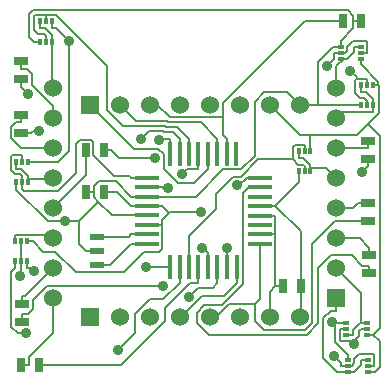
<source format=gtl>
G04 (created by PCBNEW (2013-jul-07)-stable) date Thu 08 Dec 2016 11:22:07 AM PST*
%MOIN*%
G04 Gerber Fmt 3.4, Leading zero omitted, Abs format*
%FSLAX34Y34*%
G01*
G70*
G90*
G04 APERTURE LIST*
%ADD10C,0.00590551*%
%ADD11R,0.025X0.045*%
%ADD12R,0.045X0.025*%
%ADD13R,0.0787X0.0177*%
%ADD14R,0.0177X0.0787*%
%ADD15C,0.06*%
%ADD16R,0.06X0.06*%
%ADD17R,0.0512X0.0197*%
%ADD18R,0.0147638X0.019685*%
%ADD19R,0.019685X0.0147638*%
%ADD20C,0.035*%
%ADD21C,0.008*%
G04 APERTURE END LIST*
G54D10*
G54D11*
X50605Y-27322D03*
X51205Y-27322D03*
X39896Y-38779D03*
X40496Y-38779D03*
G54D12*
X39921Y-36747D03*
X39921Y-37347D03*
X39881Y-30448D03*
X39881Y-31048D03*
X51456Y-31314D03*
X51456Y-31914D03*
X39881Y-28676D03*
X39881Y-29276D03*
X51456Y-33400D03*
X51456Y-34000D03*
X51496Y-35133D03*
X51496Y-35733D03*
G54D11*
X42042Y-31633D03*
X42642Y-31633D03*
G54D13*
X44068Y-34754D03*
X44068Y-34439D03*
X44068Y-34124D03*
X44068Y-33809D03*
X44068Y-33494D03*
X44068Y-33179D03*
X44068Y-32864D03*
X44068Y-32549D03*
X47834Y-32551D03*
X47834Y-34761D03*
X47834Y-34441D03*
X47834Y-34121D03*
X47834Y-33811D03*
X47834Y-33491D03*
X47834Y-33181D03*
X47834Y-32861D03*
G54D14*
X44852Y-31761D03*
X45166Y-31761D03*
X45482Y-31761D03*
X45796Y-31761D03*
X46112Y-31761D03*
X46426Y-31761D03*
X46742Y-31761D03*
X47056Y-31761D03*
X44854Y-35541D03*
X45164Y-35541D03*
X45484Y-35541D03*
X45794Y-35541D03*
X46104Y-35541D03*
X46424Y-35541D03*
X46744Y-35541D03*
X47064Y-35541D03*
G54D15*
X40944Y-29569D03*
X40944Y-30569D03*
X40944Y-31569D03*
X40944Y-32569D03*
X40944Y-33569D03*
X40944Y-34569D03*
X40944Y-35569D03*
X40944Y-36569D03*
G54D16*
X50393Y-36569D03*
G54D15*
X50393Y-35569D03*
X50393Y-34569D03*
X50393Y-33569D03*
X50393Y-32569D03*
X50393Y-31569D03*
X50393Y-30569D03*
X50393Y-29569D03*
G54D11*
X48597Y-36161D03*
X49197Y-36161D03*
X42662Y-33011D03*
X42062Y-33011D03*
G54D16*
X42168Y-30117D03*
G54D15*
X43168Y-30117D03*
X44168Y-30117D03*
X45168Y-30117D03*
X46168Y-30117D03*
X47168Y-30117D03*
X48168Y-30117D03*
X49168Y-30117D03*
G54D16*
X42168Y-37205D03*
G54D15*
X43168Y-37205D03*
X44168Y-37205D03*
X45168Y-37205D03*
X46168Y-37205D03*
X47168Y-37205D03*
X48168Y-37205D03*
X49168Y-37205D03*
G54D17*
X42421Y-35000D03*
X42421Y-35472D03*
X42421Y-34528D03*
G54D18*
X40511Y-28011D03*
X40708Y-28011D03*
X40905Y-28011D03*
X40905Y-27342D03*
X40708Y-27342D03*
X40511Y-27342D03*
X39685Y-35334D03*
X39881Y-35334D03*
X40078Y-35334D03*
X40078Y-34665D03*
X39881Y-34665D03*
X39685Y-34665D03*
G54D19*
X50531Y-28188D03*
X50531Y-28385D03*
X50531Y-28582D03*
X51200Y-28582D03*
X51200Y-28385D03*
X51200Y-28188D03*
G54D18*
X39724Y-32696D03*
X39921Y-32696D03*
X40118Y-32696D03*
X40118Y-32027D03*
X39921Y-32027D03*
X39724Y-32027D03*
G54D19*
X50767Y-38622D03*
X50767Y-38818D03*
X50767Y-39015D03*
X51437Y-39015D03*
X51437Y-38818D03*
X51437Y-38622D03*
G54D18*
X51220Y-30137D03*
X51417Y-30137D03*
X51614Y-30137D03*
X51614Y-29468D03*
X51417Y-29468D03*
X51220Y-29468D03*
G54D19*
X50728Y-37401D03*
X50728Y-37598D03*
X50728Y-37795D03*
X51397Y-37795D03*
X51397Y-37598D03*
X51397Y-37401D03*
G54D18*
X49133Y-32342D03*
X49330Y-32342D03*
X49527Y-32342D03*
X49527Y-31673D03*
X49330Y-31673D03*
X49133Y-31673D03*
G54D20*
X41465Y-27988D03*
X45867Y-33677D03*
X40300Y-35649D03*
X39847Y-35835D03*
X43866Y-31272D03*
X50087Y-28817D03*
X44492Y-31289D03*
X50297Y-38488D03*
X44770Y-32884D03*
X50855Y-28978D03*
X44045Y-35541D03*
X50994Y-38093D03*
X43122Y-38278D03*
X41352Y-34003D03*
X40039Y-37743D03*
X50250Y-37362D03*
X45247Y-32430D03*
X45922Y-34883D03*
X44599Y-36146D03*
X45466Y-36527D03*
X40464Y-31003D03*
X47085Y-32807D03*
X44341Y-31898D03*
X46751Y-34889D03*
X51247Y-32345D03*
X40112Y-29748D03*
G54D21*
X44068Y-33494D02*
X43554Y-33494D01*
X43072Y-33011D02*
X42662Y-33011D01*
X43554Y-33494D02*
X43072Y-33011D01*
X47834Y-34441D02*
X48348Y-34441D01*
X47834Y-33811D02*
X48348Y-33811D01*
X48168Y-36345D02*
X48352Y-36161D01*
X48168Y-37205D02*
X48168Y-36345D01*
X48597Y-36161D02*
X48352Y-36161D01*
X48348Y-33811D02*
X48348Y-34441D01*
X48348Y-36157D02*
X48352Y-36161D01*
X48348Y-34441D02*
X48348Y-36157D01*
X48348Y-34441D02*
X48348Y-34441D01*
X40905Y-27342D02*
X40905Y-27561D01*
X41465Y-31669D02*
X41465Y-27988D01*
X41107Y-32027D02*
X41465Y-31669D01*
X40118Y-32027D02*
X41107Y-32027D01*
X41037Y-27561D02*
X40905Y-27561D01*
X41465Y-27988D02*
X41037Y-27561D01*
X51397Y-37795D02*
X51616Y-37795D01*
X44068Y-33494D02*
X44582Y-33494D01*
X51687Y-39015D02*
X51437Y-39015D01*
X51830Y-38873D02*
X51687Y-39015D01*
X51830Y-38009D02*
X51830Y-38873D01*
X51616Y-37795D02*
X51830Y-38009D01*
X44068Y-34124D02*
X44582Y-34124D01*
X44582Y-33963D02*
X44582Y-34124D01*
X44816Y-33729D02*
X44582Y-33963D01*
X44868Y-33677D02*
X44816Y-33729D01*
X45867Y-33677D02*
X44868Y-33677D01*
X44816Y-33729D02*
X44582Y-33494D01*
X44582Y-34916D02*
X44582Y-34124D01*
X44475Y-35023D02*
X44582Y-34916D01*
X43994Y-35023D02*
X44475Y-35023D01*
X43327Y-35690D02*
X43994Y-35023D01*
X41705Y-35690D02*
X43327Y-35690D01*
X41026Y-35012D02*
X41705Y-35690D01*
X40619Y-35012D02*
X41026Y-35012D01*
X40272Y-34665D02*
X40619Y-35012D01*
X40078Y-34665D02*
X40272Y-34665D01*
X51614Y-29468D02*
X51778Y-29468D01*
X51778Y-29468D02*
X51808Y-29468D01*
X51778Y-29354D02*
X51200Y-28776D01*
X51778Y-29468D02*
X51778Y-29354D01*
X51200Y-28582D02*
X51200Y-28776D01*
X49527Y-31673D02*
X49527Y-31454D01*
X51808Y-30389D02*
X51436Y-30761D01*
X51808Y-29468D02*
X51808Y-30389D01*
X51841Y-37570D02*
X51616Y-37795D01*
X51841Y-31166D02*
X51841Y-37570D01*
X51436Y-30761D02*
X51841Y-31166D01*
X49527Y-31115D02*
X49527Y-31454D01*
X49166Y-31115D02*
X49527Y-31115D01*
X48168Y-30117D02*
X49166Y-31115D01*
X51082Y-31115D02*
X51436Y-30761D01*
X49527Y-31115D02*
X51082Y-31115D01*
X49295Y-31891D02*
X49527Y-32123D01*
X49133Y-31891D02*
X49295Y-31891D01*
X49133Y-31673D02*
X49133Y-31891D01*
X49527Y-32342D02*
X49527Y-32233D01*
X49527Y-32233D02*
X49527Y-32123D01*
X50058Y-32233D02*
X50393Y-32569D01*
X49527Y-32233D02*
X50058Y-32233D01*
X50946Y-37633D02*
X51179Y-37401D01*
X50946Y-37795D02*
X50946Y-37633D01*
X50728Y-37795D02*
X50946Y-37795D01*
X51288Y-37401D02*
X51216Y-37401D01*
X51216Y-37401D02*
X51179Y-37401D01*
X51397Y-37401D02*
X51288Y-37401D01*
X51216Y-36392D02*
X50393Y-35569D01*
X51216Y-37401D02*
X51216Y-36392D01*
X50606Y-30356D02*
X50393Y-30569D01*
X51614Y-30356D02*
X50606Y-30356D01*
X51614Y-30137D02*
X51614Y-30356D01*
X51381Y-29687D02*
X51614Y-29919D01*
X51220Y-29687D02*
X51381Y-29687D01*
X51220Y-29468D02*
X51220Y-29687D01*
X51614Y-30137D02*
X51614Y-29919D01*
X50767Y-39015D02*
X50549Y-39015D01*
X50393Y-36569D02*
X50393Y-36989D01*
X51218Y-38783D02*
X50986Y-39015D01*
X51218Y-38622D02*
X51218Y-38783D01*
X51437Y-38622D02*
X51218Y-38622D01*
X50767Y-39015D02*
X50986Y-39015D01*
X50403Y-39015D02*
X50549Y-39015D01*
X49955Y-38567D02*
X50403Y-39015D01*
X49955Y-37240D02*
X49955Y-38567D01*
X50206Y-36989D02*
X49955Y-37240D01*
X50393Y-36989D02*
X50206Y-36989D01*
X39885Y-32246D02*
X40118Y-32478D01*
X39724Y-32246D02*
X39885Y-32246D01*
X39724Y-32027D02*
X39724Y-32246D01*
X40118Y-32696D02*
X40118Y-32587D01*
X40118Y-32587D02*
X40118Y-32478D01*
X40926Y-32587D02*
X40944Y-32569D01*
X40118Y-32587D02*
X40926Y-32587D01*
X50982Y-28350D02*
X50750Y-28582D01*
X50982Y-28188D02*
X50982Y-28350D01*
X51200Y-28188D02*
X50982Y-28188D01*
X50531Y-28582D02*
X50633Y-28582D01*
X50633Y-28582D02*
X50750Y-28582D01*
X50393Y-28822D02*
X50393Y-29569D01*
X50633Y-28582D02*
X50393Y-28822D01*
X40078Y-35334D02*
X40078Y-35553D01*
X40204Y-35553D02*
X40300Y-35649D01*
X40078Y-35553D02*
X40204Y-35553D01*
X40822Y-34446D02*
X40944Y-34569D01*
X39685Y-34446D02*
X40822Y-34446D01*
X39685Y-34665D02*
X39685Y-34446D01*
X40673Y-27561D02*
X40905Y-27793D01*
X40511Y-27561D02*
X40673Y-27561D01*
X40511Y-27342D02*
X40511Y-27561D01*
X40905Y-27902D02*
X40905Y-27793D01*
X40905Y-27902D02*
X40905Y-28011D01*
X40905Y-29529D02*
X40944Y-29569D01*
X40905Y-28011D02*
X40905Y-29529D01*
X40708Y-27342D02*
X40708Y-27164D01*
X40708Y-27822D02*
X40708Y-28011D01*
X40642Y-27757D02*
X40708Y-27822D01*
X40455Y-27757D02*
X40642Y-27757D01*
X40317Y-27619D02*
X40455Y-27757D01*
X40317Y-27166D02*
X40317Y-27619D01*
X40360Y-27123D02*
X40317Y-27166D01*
X40708Y-27123D02*
X40360Y-27123D01*
X40708Y-27164D02*
X40708Y-27123D01*
X45482Y-31761D02*
X45482Y-31247D01*
X41033Y-27123D02*
X40708Y-27123D01*
X42746Y-28837D02*
X41033Y-27123D01*
X42746Y-30299D02*
X42746Y-28837D01*
X43282Y-30834D02*
X42746Y-30299D01*
X44680Y-30834D02*
X43282Y-30834D01*
X44704Y-30858D02*
X44680Y-30834D01*
X45093Y-30858D02*
X44704Y-30858D01*
X45482Y-31247D02*
X45093Y-30858D01*
X45166Y-31761D02*
X45166Y-31247D01*
X44144Y-30994D02*
X43866Y-31272D01*
X44614Y-30994D02*
X44144Y-30994D01*
X44638Y-31018D02*
X44614Y-30994D01*
X44937Y-31018D02*
X44638Y-31018D01*
X45166Y-31247D02*
X44937Y-31018D01*
X39881Y-35800D02*
X39847Y-35835D01*
X39881Y-35334D02*
X39881Y-35800D01*
X39881Y-34665D02*
X39881Y-35334D01*
X51200Y-28385D02*
X51419Y-28385D01*
X50679Y-28385D02*
X50531Y-28385D01*
X50753Y-28312D02*
X50679Y-28385D01*
X50753Y-28190D02*
X50753Y-28312D01*
X50948Y-27995D02*
X50753Y-28190D01*
X51377Y-27995D02*
X50948Y-27995D01*
X51419Y-28036D02*
X51377Y-27995D01*
X51419Y-28385D02*
X51419Y-28036D01*
X50312Y-28592D02*
X50087Y-28817D01*
X50312Y-28385D02*
X50312Y-28592D01*
X44533Y-31247D02*
X44852Y-31247D01*
X44492Y-31289D02*
X44533Y-31247D01*
X44852Y-31761D02*
X44852Y-31247D01*
X50531Y-28385D02*
X50312Y-28385D01*
X39921Y-32027D02*
X39921Y-31809D01*
X39921Y-32507D02*
X39921Y-32696D01*
X39855Y-32442D02*
X39921Y-32507D01*
X39668Y-32442D02*
X39855Y-32442D01*
X39530Y-32304D02*
X39668Y-32442D01*
X39530Y-31871D02*
X39530Y-32304D01*
X39592Y-31809D02*
X39530Y-31871D01*
X39921Y-31809D02*
X39592Y-31809D01*
X39921Y-32696D02*
X39921Y-32915D01*
X44068Y-32549D02*
X43554Y-32549D01*
X43506Y-32500D02*
X43554Y-32549D01*
X42986Y-32500D02*
X43506Y-32500D01*
X42287Y-31801D02*
X42986Y-32500D01*
X42287Y-31359D02*
X42287Y-31801D01*
X42217Y-31288D02*
X42287Y-31359D01*
X41839Y-31288D02*
X42217Y-31288D01*
X41717Y-31411D02*
X41839Y-31288D01*
X41717Y-32395D02*
X41717Y-31411D01*
X41121Y-32990D02*
X41717Y-32395D01*
X39996Y-32990D02*
X41121Y-32990D01*
X39921Y-32915D02*
X39996Y-32990D01*
X51437Y-38818D02*
X51655Y-38818D01*
X50914Y-38818D02*
X50767Y-38818D01*
X50995Y-38738D02*
X50914Y-38818D01*
X50995Y-38594D02*
X50995Y-38738D01*
X51161Y-38428D02*
X50995Y-38594D01*
X51615Y-38428D02*
X51161Y-38428D01*
X51655Y-38467D02*
X51615Y-38428D01*
X51655Y-38818D02*
X51655Y-38467D01*
X50549Y-38739D02*
X50297Y-38488D01*
X50549Y-38818D02*
X50549Y-38739D01*
X44602Y-32884D02*
X44582Y-32864D01*
X44770Y-32884D02*
X44602Y-32884D01*
X44068Y-32864D02*
X44582Y-32864D01*
X50767Y-38818D02*
X50549Y-38818D01*
X51417Y-29468D02*
X51417Y-29249D01*
X51080Y-29204D02*
X50855Y-28978D01*
X51080Y-29249D02*
X51080Y-29204D01*
X51417Y-29249D02*
X51080Y-29249D01*
X51417Y-29989D02*
X51417Y-30137D01*
X51310Y-29883D02*
X51417Y-29989D01*
X51189Y-29883D02*
X51310Y-29883D01*
X51026Y-29720D02*
X51189Y-29883D01*
X51026Y-29304D02*
X51026Y-29720D01*
X51080Y-29249D02*
X51026Y-29304D01*
X44854Y-35541D02*
X44045Y-35541D01*
X50728Y-37598D02*
X50509Y-37598D01*
X45164Y-35541D02*
X45164Y-36055D01*
X50556Y-37991D02*
X50994Y-37991D01*
X50509Y-37945D02*
X50556Y-37991D01*
X50509Y-37598D02*
X50509Y-37945D01*
X51208Y-37598D02*
X51397Y-37598D01*
X51143Y-37664D02*
X51208Y-37598D01*
X51143Y-37842D02*
X51143Y-37664D01*
X50994Y-37991D02*
X51143Y-37842D01*
X50994Y-37991D02*
X50994Y-38093D01*
X43668Y-37732D02*
X43122Y-38278D01*
X43668Y-37108D02*
X43668Y-37732D01*
X44184Y-36593D02*
X43668Y-37108D01*
X44626Y-36593D02*
X44184Y-36593D01*
X45164Y-36055D02*
X44626Y-36593D01*
X49330Y-31673D02*
X49330Y-31454D01*
X48935Y-31527D02*
X48935Y-31938D01*
X49008Y-31454D02*
X48935Y-31527D01*
X49330Y-31454D02*
X49008Y-31454D01*
X49330Y-32153D02*
X49330Y-32342D01*
X49296Y-32119D02*
X49330Y-32153D01*
X49115Y-32119D02*
X49296Y-32119D01*
X48935Y-31938D02*
X49115Y-32119D01*
X45484Y-34478D02*
X45484Y-35541D01*
X46372Y-33590D02*
X45484Y-34478D01*
X46372Y-33103D02*
X46372Y-33590D01*
X46963Y-32512D02*
X46372Y-33103D01*
X47211Y-32512D02*
X46963Y-32512D01*
X47785Y-31938D02*
X47211Y-32512D01*
X48935Y-31938D02*
X47785Y-31938D01*
X50960Y-27566D02*
X50531Y-27995D01*
X50960Y-27322D02*
X50960Y-27566D01*
X51205Y-27322D02*
X50960Y-27322D01*
X50531Y-28188D02*
X50531Y-27995D01*
X50960Y-27146D02*
X50960Y-27322D01*
X50771Y-26957D02*
X50960Y-27146D01*
X40277Y-26957D02*
X50771Y-26957D01*
X40151Y-27083D02*
X40277Y-26957D01*
X40151Y-27845D02*
X40151Y-27083D01*
X40317Y-28011D02*
X40151Y-27845D01*
X40511Y-28011D02*
X40317Y-28011D01*
X42062Y-33011D02*
X42307Y-33011D01*
X44068Y-33809D02*
X43554Y-33809D01*
X42307Y-32835D02*
X42307Y-33011D01*
X42475Y-32666D02*
X42307Y-32835D01*
X43042Y-32666D02*
X42475Y-32666D01*
X43554Y-33179D02*
X43042Y-32666D01*
X44068Y-33179D02*
X43554Y-33179D01*
X49197Y-37176D02*
X49197Y-36161D01*
X49168Y-37205D02*
X49197Y-37176D01*
X39685Y-35334D02*
X39685Y-35553D01*
X40765Y-34003D02*
X41352Y-34003D01*
X39724Y-32961D02*
X40765Y-34003D01*
X39724Y-32696D02*
X39724Y-32961D01*
X49133Y-32705D02*
X48348Y-33491D01*
X49133Y-32342D02*
X49133Y-32705D01*
X47834Y-33491D02*
X48348Y-33491D01*
X49197Y-34340D02*
X49197Y-36161D01*
X48348Y-33491D02*
X49197Y-34340D01*
X50728Y-37401D02*
X50509Y-37401D01*
X50767Y-38622D02*
X50767Y-38428D01*
X50340Y-37401D02*
X50509Y-37401D01*
X50301Y-37362D02*
X50340Y-37401D01*
X50250Y-37362D02*
X50301Y-37362D01*
X50737Y-38428D02*
X50767Y-38428D01*
X50340Y-38030D02*
X50737Y-38428D01*
X50340Y-37401D02*
X50340Y-38030D01*
X39766Y-37743D02*
X40039Y-37743D01*
X39537Y-37514D02*
X39766Y-37743D01*
X39537Y-35700D02*
X39537Y-37514D01*
X39685Y-35553D02*
X39537Y-35700D01*
X42421Y-35000D02*
X42045Y-35000D01*
X41812Y-34003D02*
X41352Y-34003D01*
X41812Y-34767D02*
X42045Y-35000D01*
X41812Y-34003D02*
X41812Y-34767D01*
X42463Y-33351D02*
X41812Y-34003D01*
X42921Y-33809D02*
X42463Y-33351D01*
X43554Y-33809D02*
X42921Y-33809D01*
X42307Y-33195D02*
X42307Y-33011D01*
X42463Y-33351D02*
X42307Y-33195D01*
X51220Y-30137D02*
X51026Y-30137D01*
X50268Y-28188D02*
X50531Y-28188D01*
X49778Y-28679D02*
X50268Y-28188D01*
X49778Y-30117D02*
X49778Y-28679D01*
X51006Y-30117D02*
X51026Y-30137D01*
X49778Y-30117D02*
X51006Y-30117D01*
X49778Y-30117D02*
X49168Y-30117D01*
X48742Y-29692D02*
X49168Y-30117D01*
X47988Y-29692D02*
X48742Y-29692D01*
X47668Y-30011D02*
X47988Y-29692D01*
X47668Y-31828D02*
X47668Y-30011D01*
X47222Y-32275D02*
X47668Y-31828D01*
X46607Y-32275D02*
X47222Y-32275D01*
X45702Y-33179D02*
X46607Y-32275D01*
X44068Y-33179D02*
X45702Y-33179D01*
X46742Y-31761D02*
X46742Y-31247D01*
X46625Y-31130D02*
X46625Y-30538D01*
X46742Y-31247D02*
X46625Y-31130D01*
X49361Y-27322D02*
X50605Y-27322D01*
X46625Y-30058D02*
X49361Y-27322D01*
X46625Y-30538D02*
X46625Y-30058D01*
X44417Y-30117D02*
X44168Y-30117D01*
X44837Y-30538D02*
X44417Y-30117D01*
X46625Y-30538D02*
X44837Y-30538D01*
X39698Y-30693D02*
X39881Y-30693D01*
X39536Y-30854D02*
X39698Y-30693D01*
X39536Y-31225D02*
X39536Y-30854D01*
X39880Y-31569D02*
X39536Y-31225D01*
X40944Y-31569D02*
X39880Y-31569D01*
X39881Y-30448D02*
X39881Y-30693D01*
X40141Y-38534D02*
X40141Y-38779D01*
X40944Y-37731D02*
X40141Y-38534D01*
X40944Y-36569D02*
X40944Y-37731D01*
X39896Y-38779D02*
X40141Y-38779D01*
X46827Y-36772D02*
X47668Y-36772D01*
X46395Y-37205D02*
X46827Y-36772D01*
X46168Y-37205D02*
X46395Y-37205D01*
X47834Y-36607D02*
X47668Y-36772D01*
X47834Y-34761D02*
X47834Y-36607D01*
X50347Y-34000D02*
X51456Y-34000D01*
X49589Y-34759D02*
X50347Y-34000D01*
X49589Y-37380D02*
X49589Y-34759D01*
X49337Y-37632D02*
X49589Y-37380D01*
X47981Y-37632D02*
X49337Y-37632D01*
X47668Y-37319D02*
X47981Y-37632D01*
X47668Y-36772D02*
X47668Y-37319D01*
X43466Y-34527D02*
X43554Y-34439D01*
X42421Y-34527D02*
X43466Y-34527D01*
X44068Y-34439D02*
X43554Y-34439D01*
X46426Y-31761D02*
X46426Y-31247D01*
X43725Y-30674D02*
X43168Y-30117D01*
X44747Y-30674D02*
X43725Y-30674D01*
X44771Y-30698D02*
X44747Y-30674D01*
X45877Y-30698D02*
X44771Y-30698D01*
X46426Y-31247D02*
X45877Y-30698D01*
X40011Y-36502D02*
X39921Y-36502D01*
X40944Y-35569D02*
X40011Y-36502D01*
X39921Y-36747D02*
X39921Y-36502D01*
X51446Y-31569D02*
X51456Y-31559D01*
X50393Y-31569D02*
X51446Y-31569D01*
X51456Y-31314D02*
X51456Y-31559D01*
X45402Y-32275D02*
X45247Y-32430D01*
X45796Y-32275D02*
X45402Y-32275D01*
X45796Y-31761D02*
X45796Y-32275D01*
X46112Y-31761D02*
X46112Y-32275D01*
X45662Y-32725D02*
X46112Y-32275D01*
X45116Y-32725D02*
X45662Y-32725D01*
X44636Y-32245D02*
X45116Y-32725D01*
X44636Y-31776D02*
X44636Y-32245D01*
X44463Y-31603D02*
X44636Y-31776D01*
X43654Y-31603D02*
X44463Y-31603D01*
X42168Y-30117D02*
X43654Y-31603D01*
X42042Y-32471D02*
X42042Y-31633D01*
X40944Y-33569D02*
X42042Y-32471D01*
X51177Y-34569D02*
X51496Y-34887D01*
X50393Y-34569D02*
X51177Y-34569D01*
X51496Y-35133D02*
X51496Y-34887D01*
X46067Y-35027D02*
X45922Y-34883D01*
X46104Y-35027D02*
X46067Y-35027D01*
X39921Y-37347D02*
X39921Y-37102D01*
X46104Y-35541D02*
X46104Y-35027D01*
X40747Y-36146D02*
X44599Y-36146D01*
X40276Y-36617D02*
X40747Y-36146D01*
X40276Y-36931D02*
X40276Y-36617D01*
X40105Y-37102D02*
X40276Y-36931D01*
X39921Y-37102D02*
X40105Y-37102D01*
X43203Y-38779D02*
X40496Y-38779D01*
X44668Y-37313D02*
X43203Y-38779D01*
X44668Y-36905D02*
X44668Y-37313D01*
X45518Y-36055D02*
X44668Y-36905D01*
X45794Y-36055D02*
X45518Y-36055D01*
X45794Y-35541D02*
X45794Y-36055D01*
X45778Y-36215D02*
X45466Y-36527D01*
X46264Y-36215D02*
X45778Y-36215D01*
X46424Y-36055D02*
X46264Y-36215D01*
X40271Y-31003D02*
X40227Y-31048D01*
X40464Y-31003D02*
X40271Y-31003D01*
X39881Y-31048D02*
X40227Y-31048D01*
X46424Y-35541D02*
X46424Y-36055D01*
X51496Y-35733D02*
X51496Y-35487D01*
X51250Y-35487D02*
X51496Y-35487D01*
X50900Y-35137D02*
X51250Y-35487D01*
X50215Y-35137D02*
X50900Y-35137D01*
X49795Y-35558D02*
X50215Y-35137D01*
X49795Y-37401D02*
X49795Y-35558D01*
X49404Y-37792D02*
X49795Y-37401D01*
X46142Y-37792D02*
X49404Y-37792D01*
X45733Y-37383D02*
X46142Y-37792D01*
X45733Y-37045D02*
X45733Y-37383D01*
X45996Y-36782D02*
X45733Y-37045D01*
X46591Y-36782D02*
X45996Y-36782D01*
X47287Y-36086D02*
X46591Y-36782D01*
X47287Y-33052D02*
X47287Y-36086D01*
X47478Y-32861D02*
X47287Y-33052D01*
X47834Y-32861D02*
X47478Y-32861D01*
X47144Y-32807D02*
X47085Y-32807D01*
X47400Y-32551D02*
X47144Y-32807D01*
X47834Y-32551D02*
X47400Y-32551D01*
X43152Y-31898D02*
X42887Y-31633D01*
X44341Y-31898D02*
X43152Y-31898D01*
X42642Y-31633D02*
X42887Y-31633D01*
X44068Y-34754D02*
X43554Y-34754D01*
X42837Y-35472D02*
X42421Y-35472D01*
X43554Y-34754D02*
X42837Y-35472D01*
X39881Y-28676D02*
X39881Y-28921D01*
X40065Y-28921D02*
X39881Y-28921D01*
X40236Y-29092D02*
X40065Y-28921D01*
X40236Y-29455D02*
X40236Y-29092D01*
X40944Y-30163D02*
X40236Y-29455D01*
X40944Y-30569D02*
X40944Y-30163D01*
X50943Y-33569D02*
X51111Y-33400D01*
X50393Y-33569D02*
X50943Y-33569D01*
X51456Y-33400D02*
X51111Y-33400D01*
X46744Y-35541D02*
X46744Y-35027D01*
X46751Y-35021D02*
X46744Y-35027D01*
X46751Y-34889D02*
X46751Y-35021D01*
X51434Y-32159D02*
X51247Y-32345D01*
X51456Y-32159D02*
X51434Y-32159D01*
X51456Y-31914D02*
X51456Y-32159D01*
X47064Y-35541D02*
X47064Y-36055D01*
X39885Y-29521D02*
X39881Y-29521D01*
X40112Y-29748D02*
X39885Y-29521D01*
X39881Y-29276D02*
X39881Y-29521D01*
X46631Y-36488D02*
X47064Y-36055D01*
X45922Y-36488D02*
X46631Y-36488D01*
X45205Y-37205D02*
X45922Y-36488D01*
X45168Y-37205D02*
X45205Y-37205D01*
M02*

</source>
